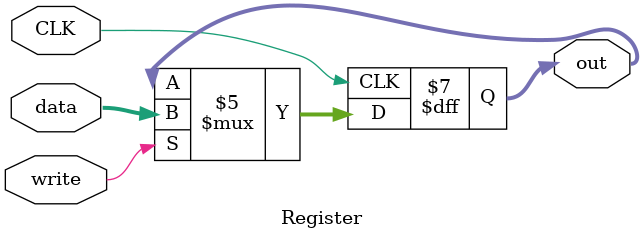
<source format=v>



module Register(
    input write,
    input CLK,
    input [15:0] data,
    output [15:0] out
    );
    
    reg[15:0] out;
    
    
    
    initial out<=2'bxxxxxxxxxxxxxxxx;
    
    always @(posedge CLK) begin
        if(write==1) out<=data;
        else out<=out;    
    end
    
endmodule
</source>
